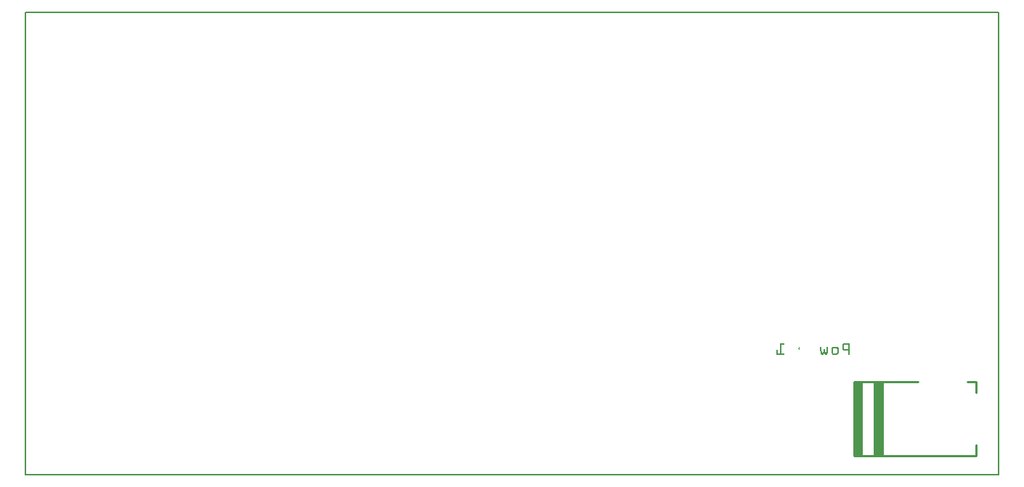
<source format=gbo>
G04 MADE WITH FRITZING*
G04 WWW.FRITZING.ORG*
G04 DOUBLE SIDED*
G04 HOLES PLATED*
G04 CONTOUR ON CENTER OF CONTOUR VECTOR*
%ASAXBY*%
%FSLAX23Y23*%
%MOIN*%
%OFA0B0*%
%SFA1.0B1.0*%
%ADD10R,4.476380X2.129920X4.460380X2.113920*%
%ADD11C,0.008000*%
%ADD12C,0.010000*%
%ADD13R,0.001000X0.001000*%
%LNSILK0*%
G90*
G70*
G54D11*
X4Y2126D02*
X4472Y2126D01*
X4472Y4D01*
X4Y4D01*
X4Y2126D01*
D02*
G54D12*
X4102Y431D02*
X3807Y431D01*
D02*
X3807Y431D02*
X3807Y91D01*
D02*
X3807Y91D02*
X4367Y91D01*
D02*
X4367Y91D02*
X4367Y141D01*
D02*
X4327Y431D02*
X4367Y431D01*
D02*
X4367Y431D02*
X4367Y381D01*
D02*
X3807Y431D02*
X3807Y91D01*
D02*
X3812Y431D02*
X3812Y91D01*
D02*
X3817Y431D02*
X3817Y91D01*
D02*
X3822Y431D02*
X3822Y91D01*
D02*
X3827Y431D02*
X3827Y91D01*
D02*
X3832Y431D02*
X3832Y91D01*
D02*
X3837Y431D02*
X3837Y91D01*
D02*
X3842Y431D02*
X3842Y91D01*
D02*
X3937Y431D02*
X3937Y91D01*
D02*
X3932Y431D02*
X3932Y91D01*
D02*
X3927Y431D02*
X3927Y91D01*
D02*
X3922Y431D02*
X3922Y91D01*
D02*
X3917Y431D02*
X3917Y91D01*
D02*
X3912Y431D02*
X3912Y91D01*
D02*
X3907Y431D02*
X3907Y91D01*
D02*
X3902Y431D02*
X3902Y91D01*
G54D13*
X3467Y606D02*
X3485Y606D01*
X3761Y606D02*
X3788Y606D01*
X3467Y605D02*
X3486Y605D01*
X3759Y605D02*
X3788Y605D01*
X3467Y604D02*
X3486Y604D01*
X3758Y604D02*
X3788Y604D01*
X3467Y603D02*
X3486Y603D01*
X3757Y603D02*
X3788Y603D01*
X3467Y602D02*
X3486Y602D01*
X3756Y602D02*
X3788Y602D01*
X3467Y601D02*
X3486Y601D01*
X3755Y601D02*
X3788Y601D01*
X3467Y600D02*
X3484Y600D01*
X3755Y600D02*
X3788Y600D01*
X3467Y599D02*
X3473Y599D01*
X3754Y599D02*
X3762Y599D01*
X3782Y599D02*
X3788Y599D01*
X3467Y598D02*
X3473Y598D01*
X3754Y598D02*
X3761Y598D01*
X3782Y598D02*
X3788Y598D01*
X3467Y597D02*
X3473Y597D01*
X3754Y597D02*
X3760Y597D01*
X3782Y597D02*
X3788Y597D01*
X3467Y596D02*
X3473Y596D01*
X3754Y596D02*
X3760Y596D01*
X3782Y596D02*
X3788Y596D01*
X3467Y595D02*
X3473Y595D01*
X3754Y595D02*
X3760Y595D01*
X3782Y595D02*
X3788Y595D01*
X3467Y594D02*
X3473Y594D01*
X3754Y594D02*
X3760Y594D01*
X3782Y594D02*
X3788Y594D01*
X3467Y593D02*
X3473Y593D01*
X3754Y593D02*
X3760Y593D01*
X3782Y593D02*
X3788Y593D01*
X3467Y592D02*
X3473Y592D01*
X3754Y592D02*
X3760Y592D01*
X3782Y592D02*
X3788Y592D01*
X3467Y591D02*
X3473Y591D01*
X3654Y591D02*
X3658Y591D01*
X3683Y591D02*
X3687Y591D01*
X3712Y591D02*
X3729Y591D01*
X3754Y591D02*
X3760Y591D01*
X3782Y591D02*
X3788Y591D01*
X3467Y590D02*
X3473Y590D01*
X3653Y590D02*
X3658Y590D01*
X3682Y590D02*
X3687Y590D01*
X3711Y590D02*
X3731Y590D01*
X3754Y590D02*
X3760Y590D01*
X3782Y590D02*
X3788Y590D01*
X3467Y589D02*
X3473Y589D01*
X3556Y589D02*
X3556Y589D01*
X3653Y589D02*
X3659Y589D01*
X3682Y589D02*
X3688Y589D01*
X3709Y589D02*
X3732Y589D01*
X3754Y589D02*
X3760Y589D01*
X3782Y589D02*
X3788Y589D01*
X3467Y588D02*
X3473Y588D01*
X3556Y588D02*
X3556Y588D01*
X3653Y588D02*
X3659Y588D01*
X3682Y588D02*
X3688Y588D01*
X3708Y588D02*
X3733Y588D01*
X3754Y588D02*
X3760Y588D01*
X3782Y588D02*
X3788Y588D01*
X3467Y587D02*
X3473Y587D01*
X3555Y587D02*
X3556Y587D01*
X3653Y587D02*
X3659Y587D01*
X3682Y587D02*
X3688Y587D01*
X3707Y587D02*
X3734Y587D01*
X3754Y587D02*
X3760Y587D01*
X3782Y587D02*
X3788Y587D01*
X3467Y586D02*
X3473Y586D01*
X3554Y586D02*
X3556Y586D01*
X3653Y586D02*
X3659Y586D01*
X3682Y586D02*
X3688Y586D01*
X3706Y586D02*
X3735Y586D01*
X3754Y586D02*
X3760Y586D01*
X3782Y586D02*
X3788Y586D01*
X3467Y585D02*
X3473Y585D01*
X3554Y585D02*
X3556Y585D01*
X3653Y585D02*
X3659Y585D01*
X3682Y585D02*
X3688Y585D01*
X3705Y585D02*
X3736Y585D01*
X3754Y585D02*
X3760Y585D01*
X3782Y585D02*
X3788Y585D01*
X3467Y584D02*
X3473Y584D01*
X3554Y584D02*
X3556Y584D01*
X3653Y584D02*
X3659Y584D01*
X3682Y584D02*
X3688Y584D01*
X3705Y584D02*
X3713Y584D01*
X3728Y584D02*
X3736Y584D01*
X3754Y584D02*
X3760Y584D01*
X3782Y584D02*
X3788Y584D01*
X3467Y583D02*
X3473Y583D01*
X3553Y583D02*
X3556Y583D01*
X3653Y583D02*
X3659Y583D01*
X3682Y583D02*
X3688Y583D01*
X3704Y583D02*
X3712Y583D01*
X3729Y583D02*
X3737Y583D01*
X3754Y583D02*
X3760Y583D01*
X3782Y583D02*
X3788Y583D01*
X3467Y582D02*
X3473Y582D01*
X3553Y582D02*
X3556Y582D01*
X3653Y582D02*
X3659Y582D01*
X3682Y582D02*
X3688Y582D01*
X3704Y582D02*
X3711Y582D01*
X3730Y582D02*
X3737Y582D01*
X3754Y582D02*
X3761Y582D01*
X3782Y582D02*
X3788Y582D01*
X3467Y581D02*
X3473Y581D01*
X3553Y581D02*
X3556Y581D01*
X3653Y581D02*
X3659Y581D01*
X3682Y581D02*
X3688Y581D01*
X3704Y581D02*
X3710Y581D01*
X3731Y581D02*
X3737Y581D01*
X3754Y581D02*
X3761Y581D01*
X3782Y581D02*
X3788Y581D01*
X3467Y580D02*
X3473Y580D01*
X3553Y580D02*
X3556Y580D01*
X3653Y580D02*
X3659Y580D01*
X3670Y580D02*
X3671Y580D01*
X3682Y580D02*
X3688Y580D01*
X3704Y580D02*
X3710Y580D01*
X3731Y580D02*
X3737Y580D01*
X3755Y580D02*
X3788Y580D01*
X3467Y579D02*
X3473Y579D01*
X3553Y579D02*
X3556Y579D01*
X3653Y579D02*
X3659Y579D01*
X3668Y579D02*
X3672Y579D01*
X3682Y579D02*
X3688Y579D01*
X3704Y579D02*
X3710Y579D01*
X3731Y579D02*
X3737Y579D01*
X3755Y579D02*
X3788Y579D01*
X3467Y578D02*
X3473Y578D01*
X3554Y578D02*
X3556Y578D01*
X3653Y578D02*
X3659Y578D01*
X3668Y578D02*
X3673Y578D01*
X3682Y578D02*
X3688Y578D01*
X3704Y578D02*
X3710Y578D01*
X3731Y578D02*
X3737Y578D01*
X3756Y578D02*
X3788Y578D01*
X3455Y577D02*
X3457Y577D01*
X3467Y577D02*
X3473Y577D01*
X3555Y577D02*
X3556Y577D01*
X3653Y577D02*
X3659Y577D01*
X3667Y577D02*
X3673Y577D01*
X3682Y577D02*
X3688Y577D01*
X3704Y577D02*
X3710Y577D01*
X3731Y577D02*
X3737Y577D01*
X3757Y577D02*
X3788Y577D01*
X3454Y576D02*
X3458Y576D01*
X3467Y576D02*
X3473Y576D01*
X3653Y576D02*
X3659Y576D01*
X3667Y576D02*
X3673Y576D01*
X3681Y576D02*
X3688Y576D01*
X3704Y576D02*
X3710Y576D01*
X3731Y576D02*
X3737Y576D01*
X3757Y576D02*
X3788Y576D01*
X3453Y575D02*
X3459Y575D01*
X3467Y575D02*
X3473Y575D01*
X3653Y575D02*
X3659Y575D01*
X3667Y575D02*
X3673Y575D01*
X3681Y575D02*
X3687Y575D01*
X3704Y575D02*
X3710Y575D01*
X3731Y575D02*
X3737Y575D01*
X3759Y575D02*
X3788Y575D01*
X3453Y574D02*
X3459Y574D01*
X3467Y574D02*
X3473Y574D01*
X3653Y574D02*
X3659Y574D01*
X3667Y574D02*
X3673Y574D01*
X3681Y574D02*
X3687Y574D01*
X3704Y574D02*
X3710Y574D01*
X3731Y574D02*
X3737Y574D01*
X3761Y574D02*
X3788Y574D01*
X3453Y573D02*
X3459Y573D01*
X3467Y573D02*
X3473Y573D01*
X3653Y573D02*
X3659Y573D01*
X3667Y573D02*
X3673Y573D01*
X3681Y573D02*
X3687Y573D01*
X3704Y573D02*
X3710Y573D01*
X3731Y573D02*
X3737Y573D01*
X3781Y573D02*
X3788Y573D01*
X3453Y572D02*
X3459Y572D01*
X3467Y572D02*
X3473Y572D01*
X3653Y572D02*
X3659Y572D01*
X3667Y572D02*
X3673Y572D01*
X3681Y572D02*
X3687Y572D01*
X3704Y572D02*
X3710Y572D01*
X3731Y572D02*
X3737Y572D01*
X3782Y572D02*
X3788Y572D01*
X3453Y571D02*
X3459Y571D01*
X3467Y571D02*
X3473Y571D01*
X3654Y571D02*
X3660Y571D01*
X3667Y571D02*
X3673Y571D01*
X3681Y571D02*
X3687Y571D01*
X3704Y571D02*
X3710Y571D01*
X3731Y571D02*
X3737Y571D01*
X3782Y571D02*
X3788Y571D01*
X3453Y570D02*
X3459Y570D01*
X3467Y570D02*
X3473Y570D01*
X3654Y570D02*
X3660Y570D01*
X3667Y570D02*
X3673Y570D01*
X3681Y570D02*
X3687Y570D01*
X3704Y570D02*
X3710Y570D01*
X3731Y570D02*
X3737Y570D01*
X3782Y570D02*
X3788Y570D01*
X3453Y569D02*
X3459Y569D01*
X3467Y569D02*
X3473Y569D01*
X3654Y569D02*
X3660Y569D01*
X3667Y569D02*
X3673Y569D01*
X3681Y569D02*
X3687Y569D01*
X3704Y569D02*
X3710Y569D01*
X3731Y569D02*
X3737Y569D01*
X3782Y569D02*
X3788Y569D01*
X3453Y568D02*
X3459Y568D01*
X3467Y568D02*
X3473Y568D01*
X3654Y568D02*
X3660Y568D01*
X3667Y568D02*
X3674Y568D01*
X3681Y568D02*
X3687Y568D01*
X3704Y568D02*
X3710Y568D01*
X3731Y568D02*
X3737Y568D01*
X3782Y568D02*
X3788Y568D01*
X3453Y567D02*
X3459Y567D01*
X3467Y567D02*
X3473Y567D01*
X3654Y567D02*
X3660Y567D01*
X3666Y567D02*
X3674Y567D01*
X3681Y567D02*
X3687Y567D01*
X3704Y567D02*
X3710Y567D01*
X3731Y567D02*
X3737Y567D01*
X3782Y567D02*
X3788Y567D01*
X3453Y566D02*
X3459Y566D01*
X3467Y566D02*
X3473Y566D01*
X3654Y566D02*
X3660Y566D01*
X3666Y566D02*
X3675Y566D01*
X3681Y566D02*
X3687Y566D01*
X3704Y566D02*
X3710Y566D01*
X3731Y566D02*
X3737Y566D01*
X3782Y566D02*
X3788Y566D01*
X3453Y565D02*
X3459Y565D01*
X3467Y565D02*
X3473Y565D01*
X3654Y565D02*
X3661Y565D01*
X3665Y565D02*
X3676Y565D01*
X3680Y565D02*
X3686Y565D01*
X3704Y565D02*
X3710Y565D01*
X3731Y565D02*
X3737Y565D01*
X3782Y565D02*
X3788Y565D01*
X3453Y564D02*
X3459Y564D01*
X3467Y564D02*
X3473Y564D01*
X3655Y564D02*
X3661Y564D01*
X3665Y564D02*
X3676Y564D01*
X3680Y564D02*
X3686Y564D01*
X3704Y564D02*
X3710Y564D01*
X3731Y564D02*
X3737Y564D01*
X3782Y564D02*
X3788Y564D01*
X3453Y563D02*
X3459Y563D01*
X3467Y563D02*
X3473Y563D01*
X3655Y563D02*
X3661Y563D01*
X3664Y563D02*
X3677Y563D01*
X3680Y563D02*
X3686Y563D01*
X3704Y563D02*
X3711Y563D01*
X3731Y563D02*
X3737Y563D01*
X3782Y563D02*
X3788Y563D01*
X3453Y562D02*
X3459Y562D01*
X3467Y562D02*
X3473Y562D01*
X3655Y562D02*
X3661Y562D01*
X3663Y562D02*
X3677Y562D01*
X3679Y562D02*
X3686Y562D01*
X3704Y562D02*
X3712Y562D01*
X3730Y562D02*
X3737Y562D01*
X3782Y562D02*
X3788Y562D01*
X3453Y561D02*
X3459Y561D01*
X3467Y561D02*
X3473Y561D01*
X3655Y561D02*
X3685Y561D01*
X3705Y561D02*
X3713Y561D01*
X3728Y561D02*
X3737Y561D01*
X3782Y561D02*
X3788Y561D01*
X3453Y560D02*
X3459Y560D01*
X3467Y560D02*
X3473Y560D01*
X3656Y560D02*
X3669Y560D01*
X3671Y560D02*
X3685Y560D01*
X3705Y560D02*
X3714Y560D01*
X3727Y560D02*
X3736Y560D01*
X3782Y560D02*
X3788Y560D01*
X3453Y559D02*
X3485Y559D01*
X3656Y559D02*
X3669Y559D01*
X3672Y559D02*
X3685Y559D01*
X3706Y559D02*
X3735Y559D01*
X3782Y559D02*
X3788Y559D01*
X3453Y558D02*
X3486Y558D01*
X3656Y558D02*
X3668Y558D01*
X3673Y558D02*
X3684Y558D01*
X3707Y558D02*
X3735Y558D01*
X3782Y558D02*
X3788Y558D01*
X3453Y557D02*
X3486Y557D01*
X3657Y557D02*
X3668Y557D01*
X3673Y557D02*
X3684Y557D01*
X3708Y557D02*
X3734Y557D01*
X3782Y557D02*
X3788Y557D01*
X3453Y556D02*
X3486Y556D01*
X3657Y556D02*
X3667Y556D01*
X3674Y556D02*
X3684Y556D01*
X3709Y556D02*
X3732Y556D01*
X3782Y556D02*
X3788Y556D01*
X3453Y555D02*
X3486Y555D01*
X3657Y555D02*
X3666Y555D01*
X3674Y555D02*
X3684Y555D01*
X3710Y555D02*
X3731Y555D01*
X3782Y555D02*
X3787Y555D01*
X3454Y554D02*
X3486Y554D01*
X3658Y554D02*
X3666Y554D01*
X3675Y554D02*
X3683Y554D01*
X3712Y554D02*
X3730Y554D01*
X3782Y554D02*
X3787Y554D01*
X3455Y553D02*
X3484Y553D01*
X3659Y553D02*
X3665Y553D01*
X3676Y553D02*
X3682Y553D01*
X3714Y553D02*
X3727Y553D01*
X3784Y553D02*
X3786Y553D01*
D02*
G04 End of Silk0*
M02*
</source>
